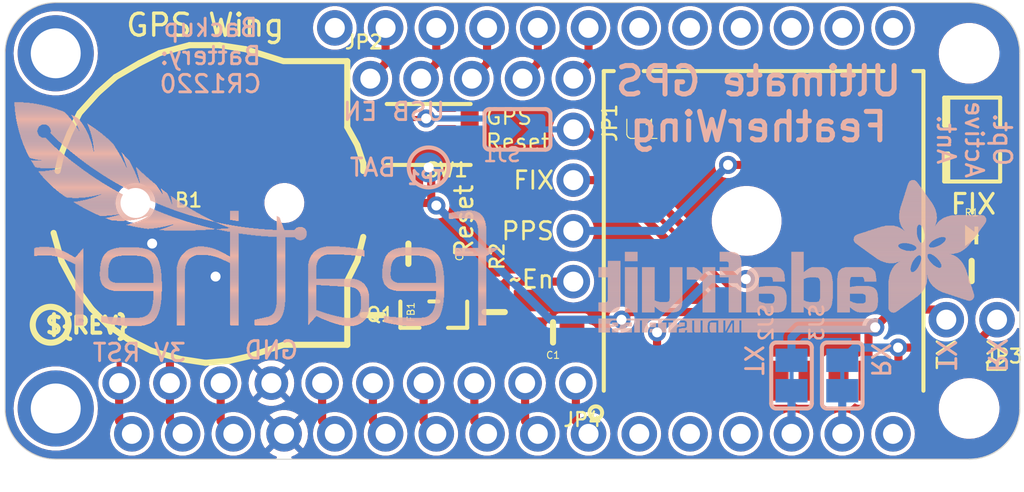
<source format=kicad_pcb>
(kicad_pcb (version 20221018) (generator pcbnew)
  (layers (0 "F.Cu" signal) (31 "B.Cu" signal) (34 "B.Paste" user) (35 "F.Paste" user) (36 "B.SilkS" user "B.Silkscreen") (37 "F.SilkS" user "F.Silkscreen") (38 "B.Mask" user) (39 "F.Mask" user) (44 "Edge.Cuts" user))
  (net 0 "")
  (net 1 "FIX")
  (net 2 "N$2")
  (net 3 "GND")
  (net 4 "3.3V")
  (net 5 "VBACKUP")
  (net 6 "GPS_TX")
  (net 7 "GPS_RX")
  (net 8 "N$4")
  (net 9 "1PPS")
  (net 10 "3V")
  (net 11 "N")
  (net 12 "M")
  (net 13 "L")
  (net 14 "F")
  (net 15 "E")
  (net 16 "D")
  (net 17 "C")
  (net 18 "B")
  (net 19 "A")
  (net 20 "GPS_RESET")
  (net 21 "RST")
  (net 22 "AREF")
  (net 23 "EN")
  (net 24 "USB")
  (net 25 "N$15")
  (net 26 "ENABLE")
  (net 27 "RX")
  (net 28 "TX")
  (net 29 "J")
  (net 30 "I")
  (net 31 "H")
  (net 32 "SCL")
  (net 33 "SDA")
  (net 34 "K")
  (net 35 "SCK")
  (net 36 "MOSI")
  (net 37 "MISO")
  (net 38 "G")
  (footprint "working:1X10_ROUND" (layer "F.Cu") (at 140.2461 112.6236 180)
    (fp_text reference "JP4" (at -12.7762 -1.8288) (layer "F.SilkS") (effects (font (size 0.692831 0.692831) (thickness 0.119969)) (justify right)))
    (fp_text value "")
    (pad "1" thru_hole circle (at -11.43 0 270) (size 1.6764 1.6764) (drill 1) (layers "*.Cu" "*.Mask") (net 14 "F"))
    (pad "2" thru_hole circle (at -8.89 0 270) (size 1.6764 1.6764) (drill 1) (layers "*.Cu" "*.Mask") (net 15 "E"))
    (pad "3" thru_hole circle (at -6.35 0 270) (size 1.6764 1.6764) (drill 1) (layers "*.Cu" "*.Mask") (net 16 "D"))
    (pad "4" thru_hole circle (at -3.81 0 270) (size 1.6764 1.6764) (drill 1) (layers "*.Cu" "*.Mask") (net 17 "C"))
    (pad "5" thru_hole circle (at -1.27 0 270) (size 1.6764 1.6764) (drill 1) (layers "*.Cu" "*.Mask") (net 18 "B"))
    (pad "6" thru_hole circle (at 1.27 0 270) (size 1.6764 1.6764) (drill 1) (layers "*.Cu" "*.Mask") (net 19 "A"))
    (pad "7" thru_hole circle (at 3.81 0 270) (size 1.6764 1.6764) (drill 1) (layers "*.Cu" "*.Mask") (net 3 "GND"))
    (pad "8" thru_hole circle (at 6.35 0 270) (size 1.6764 1.6764) (drill 1) (layers "*.Cu" "*.Mask") (net 22 "AREF"))
    (pad "9" thru_hole circle (at 8.89 0 270) (size 1.6764 1.6764) (drill 1) (layers "*.Cu" "*.Mask") (net 10 "3V"))
    (pad "10" thru_hole circle (at 11.43 0 270) (size 1.6764 1.6764) (drill 1) (layers "*.Cu" "*.Mask") (net 21 "RST"))
  )
  (footprint "working:0805-NO" (layer "F.Cu") (at 147.6121 109.0676 90)
    (fp_text reference "R2" (at 2.032 0.127 90) (layer "F.SilkS") (effects (font (size 0.692831 0.692831) (thickness 0.119969)) (justify left)))
    (fp_text value "100K")
    (pad "1" smd rect (at -0.95 0 90) (size 1.24 1.5) (layers "F.Cu" "F.Paste" "F.Mask") (net 3 "GND"))
    (pad "2" smd rect (at 0.95 0 90) (size 1.24 1.5) (layers "F.Cu" "F.Paste" "F.Mask") (net 26 "ENABLE"))
  )
  (footprint "working:CHIPLED_0805_NOOUTLINE" (layer "F.Cu") (at 171.4881 105.2336 -90)
    (fp_text reference "LED1" hide)
    (fp_text value "RED")
    (pad "A" smd rect (at 0 1.05 270) (size 1.2 1.2) (layers "F.Cu" "F.Paste" "F.Mask") (net 1 "FIX"))
    (pad "C" smd rect (at 0 -1.05 270) (size 1.2 1.2) (layers "F.Cu" "F.Paste" "F.Mask") (net 2 "N$2"))
  )
  (footprint "working:U.FL" (layer "F.Cu") (at 171.6151 100.4316 180)
    (fp_text reference "X1" hide)
    (fp_text value "uFL" hide)
    (pad "1" smd rect (at 0 -1.375 180) (size 2.2 1.05) (layers "F.Cu" "F.Paste" "F.Mask") (net 3 "GND"))
    (pad "2" smd rect (at 0 1.375 180) (size 2.2 1.05) (layers "F.Cu" "F.Paste" "F.Mask") (net 3 "GND"))
    (pad "3" smd rect (at 1.525 0 180) (size 0.8 1) (layers "F.Cu" "F.Paste" "F.Mask") (net 8 "N$4"))
    (zone (net 0) (net_name "") (layer "F.Cu") (connect_pads (clearance 0)) (min_thickness 0.25)
      (keepout (tracks not_allowed) (vias not_allowed) (pads not_allowed) (copperpour not_allowed) (footprints allowed))
      (fill (thermal_gap 0.5) (thermal_bridge_width 0.5))
      (polygon (pts (xy 172.5041 99.6061) (xy 170.7261 99.6061) (xy 170.7261 101.2571) (xy 172.5041 101.2571)))
    )
  )
  (footprint "working:SOT23-WIDE" (layer "F.Cu") (at 144.5641 109.1946 180)
    (fp_text reference "Q1" (at 1.905 0) (layer "F.SilkS") (effects (font (size 0.692831 0.692831) (thickness 0.119969)) (justify right)))
    (fp_text value "DMG3415U-7 ")
    (pad "1" smd rect (at -0.95 1 180) (size 1 1.2) (layers "F.Cu" "F.Paste" "F.Mask") (net 26 "ENABLE"))
    (pad "2" smd rect (at 0.95 1 180) (size 1 1.2) (layers "F.Cu" "F.Paste" "F.Mask") (net 4 "3.3V"))
    (pad "3" smd rect (at 0 -1 180) (size 1 1.2) (layers "F.Cu" "F.Paste" "F.Mask") (net 25 "N$15"))
  )
  (footprint "working:FGPMMOPA6H" (layer "F.Cu") (at 161.0741 105.0036 90)
    (fp_text reference "U1" (at 5.071 -7.111) (layer "F.SilkS") (effects (font (size 0.96268 0.96268) (thickness 0.05332)) (justify left)))
    (fp_text value "FGPMMOPA6H")
    (pad "" np_thru_hole circle (at 0.5 -0.85 90) (size 3 3) (drill 3) (layers "*.Cu" "*.Mask"))
    (pad "P$1" smd rect (at -7.5 -6.75 90) (size 2 1) (layers "F.Cu" "F.Paste" "F.Mask") (net 25 "N$15"))
    (pad "P$2" smd rect (at -7.5 -5.25 90) (size 2 1) (layers "F.Cu" "F.Paste" "F.Mask") (net 20 "GPS_RESET"))
    (pad "P$3" smd rect (at -7.5 -3.75 90) (size 2 1) (layers "F.Cu" "F.Paste" "F.Mask") (net 3 "GND"))
    (pad "P$4" smd rect (at -7.5 -2.25 90) (size 2 1) (layers "F.Cu" "F.Paste" "F.Mask") (net 5 "VBACKUP"))
    (pad "P$5" smd rect (at -7.5 -0.75 90) (size 2 1) (layers "F.Cu" "F.Paste" "F.Mask") (net 1 "FIX"))
    (pad "P$6" smd rect (at -7.5 0.75 90) (size 2 1) (layers "F.Cu" "F.Paste" "F.Mask"))
    (pad "P$7" smd rect (at -7.5 2.25 90) (size 2 1) (layers "F.Cu" "F.Paste" "F.Mask"))
    (pad "P$8" smd rect (at -7.5 3.75 90) (size 2 1) (layers "F.Cu" "F.Paste" "F.Mask") (net 3 "GND"))
    (pad "P$9" smd rect (at -7.5 5.25 90) (size 2 1) (layers "F.Cu" "F.Paste" "F.Mask") (net 6 "GPS_TX"))
    (pad "P$10" smd rect (at -7.5 6.75 90) (size 2 1) (layers "F.Cu" "F.Paste" "F.Mask") (net 7 "GPS_RX"))
    (pad "P$11" smd rect (at 7.5 6.75 270) (size 2 1) (layers "F.Cu" "F.Paste" "F.Mask") (net 8 "N$4"))
    (pad "P$12" smd rect (at 7.5 5.25 270) (size 2 1) (layers "F.Cu" "F.Paste" "F.Mask") (net 3 "GND"))
    (pad "P$13" smd rect (at 7.5 3.75 270) (size 2 1) (layers "F.Cu" "F.Paste" "F.Mask") (net 9 "1PPS"))
    (pad "P$14" smd rect (at 7.5 2.25 270) (size 2 1) (layers "F.Cu" "F.Paste" "F.Mask"))
    (pad "P$15" smd rect (at 7.5 0.75 270) (size 2 1) (layers "F.Cu" "F.Paste" "F.Mask"))
    (pad "P$16" smd rect (at 7.5 -0.75 270) (size 2 1) (layers "F.Cu" "F.Paste" "F.Mask"))
    (pad "P$17" smd rect (at 7.5 -2.25 270) (size 2 1) (layers "F.Cu" "F.Paste" "F.Mask"))
    (pad "P$18" smd rect (at 7.5 -3.75 270) (size 2 1) (layers "F.Cu" "F.Paste" "F.Mask"))
    (pad "P$19" smd rect (at 7.5 -5.25 270) (size 2 1) (layers "F.Cu" "F.Paste" "F.Mask") (net 3 "GND"))
    (pad "P$20" smd rect (at 7.5 -6.75 270) (size 2 1) (layers "F.Cu" "F.Paste" "F.Mask"))
  )
  (footprint "working:0805-NO" (layer "F.Cu") (at 143.2941 106.1466)
    (fp_text reference "C2" (at 2.564 0.405 90) (layer "F.SilkS") (effects (font (size 0.35308 0.35308) (thickness 0.05332)) (justify left)))
    (fp_text value "10uF")
    (pad "1" smd rect (at -0.95 0) (size 1.24 1.5) (layers "F.Cu" "F.Paste" "F.Mask") (net 4 "3.3V"))
    (pad "2" smd rect (at 0.95 0) (size 1.24 1.5) (layers "F.Cu" "F.Paste" "F.Mask") (net 3 "GND"))
  )
  (footprint "working:CR1220-2" (layer "F.Cu") (at 133.1341 103.6066)
    (fp_text reference "B1" (at -1.602 -0.14) (layer "F.SilkS") (effects (font (size 0.692831 0.692831) (thickness 0.119969)) (justify left)))
    (fp_text value "CR1220")
    (pad "" np_thru_hole circle (at -3.5 0) (size 1.5 1.5) (drill 1.5) (layers "*.Cu" "*.Mask"))
    (pad "" np_thru_hole circle (at 3.95 0) (size 1.5 1.5) (drill 1.5) (layers "*.Cu" "*.Mask"))
    (pad "+" smd rect (at 8.29 0) (size 4 2) (layers "F.Cu" "F.Paste" "F.Mask") (net 5 "VBACKUP"))
    (pad "-" smd rect (at -7.6 0) (size 4 2) (layers "F.Cu" "F.Paste" "F.Mask") (net 3 "GND"))
  )
  (footprint "working:PCBFEAT-REV-040" (layer "F.Cu") (at 125.3871 109.7026)
    (fp_text reference "U$9" hide)
    (fp_text value "" hide)
    (fp_text user "${REV}" (at -0.3556 0.508) (layer "F.SilkS") (effects (font (size 0.8128 0.8128) (thickness 0.2032)) (justify left bottom)))
  )
  (footprint "working:1X04_ROUND" (layer "F.Cu") (at 151.5491 103.7336 -90)
    (fp_text reference "JP1" (at -5.1562 -1.8288 90) (layer "F.SilkS") (effects (font (size 0.692831 0.692831) (thickness 0.119969)) (justify right)))
    (fp_text value "")
    (pad "1" thru_hole circle (at -3.81 0) (size 1.6764 1.6764) (drill 1) (layers "*.Cu" "*.Mask") (net 20 "GPS_RESET"))
    (pad "2" thru_hole circle (at -1.27 0) (size 1.6764 1.6764) (drill 1) (layers "*.Cu" "*.Mask") (net 1 "FIX"))
    (pad "3" thru_hole circle (at 1.27 0) (size 1.6764 1.6764) (drill 1) (layers "*.Cu" "*.Mask") (net 9 "1PPS"))
    (pad "4" thru_hole circle (at 3.81 0) (size 1.6764 1.6764) (drill 1) (layers "*.Cu" "*.Mask") (net 26 "ENABLE"))
  )
  (footprint "working:FIDUCIAL_1MM" (layer "F.Cu") (at 169.6061 115.3726)
    (fp_text reference "FID2" hide)
    (fp_text value "FIDUCIAL\"\"" hide)
    (pad "1" smd roundrect (at 0 0) (size 1 1) (layers "F.Cu" "F.Mask") (roundrect_rratio 0.5))
  )
  (footprint "working:FIDUCIAL_1MM" (layer "F.Cu") (at 124.7521 99.5426)
    (fp_text reference "FID1" hide)
    (fp_text value "FIDUCIAL\"\"" hide)
    (pad "1" smd roundrect (at 0 0) (size 1 1) (layers "F.Cu" "F.Mask") (roundrect_rratio 0.5))
  )
  (footprint "working:FEATHERWING" (layer "F.Cu") (at 123.1011 116.4336)
    (fp_text reference "MS1" hide)
    (fp_text value "FEATHERWING" hide)
    (fp_line (start 0 -20.32) (end 0 -2.54) (stroke (width 0.05)) (layer "Edge.Cuts"))
    (fp_line (start 2.54 0) (end 48.26 0) (stroke (width 0.05)) (layer "Edge.Cuts"))
    (fp_line (start 48.26 -22.86) (end 2.54 -22.86) (stroke (width 0.05)) (layer "Edge.Cuts"))
    (fp_line (start 50.8 -2.54) (end 50.8 -20.32) (stroke (width 0.05)) (layer "Edge.Cuts"))
    (fp_arc (start 0 -20.32) (mid 0.743949 -22.116051) (end 2.54 -22.86) (stroke (width 0.05)) (layer "Edge.Cuts"))
    (fp_arc (start 2.54 0) (mid 0.743949 -0.743949) (end 0 -2.54) (stroke (width 0.05)) (layer "Edge.Cuts"))
    (fp_arc (start 48.26 -22.86) (mid 50.056051 -22.116051) (end 50.8 -20.32) (stroke (width 0.05)) (layer "Edge.Cuts"))
    (fp_arc (start 50.8 -2.54) (mid 50.056051 -0.743949) (end 48.26 0) (stroke (width 0.05)) (layer "Edge.Cuts"))
    (pad "" np_thru_hole circle (at 48.26 -20.32) (size 2.54 2.54) (drill 2.54) (layers "*.Cu" "*.Mask"))
    (pad "" np_thru_hole circle (at 48.26 -2.54) (size 2.54 2.54) (drill 2.54) (layers "*.Cu" "*.Mask"))
    (pad "1" thru_hole circle (at 6.35 -1.27) (size 1.778 1.778) (drill 1) (layers "*.Cu" "*.Mask") (net 21 "RST"))
    (pad "2" thru_hole circle (at 8.89 -1.27) (size 1.778 1.778) (drill 1) (layers "*.Cu" "*.Mask") (net 10 "3V"))
    (pad "3" thru_hole circle (at 11.43 -1.27) (size 1.778 1.778) (drill 1) (layers "*.Cu" "*.Mask") (net 22 "AREF"))
    (pad "4" thru_hole circle (at 13.97 -1.27) (size 1.778 1.778) (drill 1) (layers "*.Cu" "*.Mask") (net 3 "GND"))
    (pad "5" thru_hole circle (at 16.51 -1.27) (size 1.778 1.778) (drill 1) (layers "*.Cu" "*.Mask") (net 19 "A"))
    (pad "6" thru_hole circle (at 19.05 -1.27) (size 1.778 1.778) (drill 1) (layers "*.Cu" "*.Mask") (net 18 "B"))
    (pad "7" thru_hole circle (at 21.59 -1.27) (size 1.778 1.778) (drill 1) (layers "*.Cu" "*.Mask") (net 17 "C"))
    (pad "8" thru_hole circle (at 24.13 -1.27) (size 1.778 1.778) (drill 1) (layers "*.Cu" "*.Mask") (net 16 "D"))
    (pad "9" thru_hole circle (at 26.67 -1.27) (size 1.778 1.778) (drill 1) (layers "*.Cu" "*.Mask") (net 15 "E"))
    (pad "10" thru_hole circle (at 29.21 -1.27) (size 1.778 1.778) (drill 1) (layers "*.Cu" "*.Mask") (net 14 "F"))
    (pad "11" thru_hole circle (at 31.75 -1.27) (size 1.778 1.778) (drill 1) (layers "*.Cu" "*.Mask") (net 35 "SCK"))
    (pad "12" thru_hole circle (at 34.29 -1.27) (size 1.778 1.778) (drill 1) (layers "*.Cu" "*.Mask") (net 36 "MOSI"))
    (pad "13" thru_hole circle (at 36.83 -1.27) (size 1.778 1.778) (drill 1) (layers "*.Cu" "*.Mask") (net 37 "MISO"))
    (pad "14" thru_hole circle (at 39.37 -1.27) (size 1.778 1.778) (drill 1) (layers "*.Cu" "*.Mask") (net 27 "RX"))
    (pad "15" thru_hole circle (at 41.91 -1.27) (size 1.778 1.778) (drill 1) (layers "*.Cu" "*.Mask") (net 28 "TX"))
    (pad "16" thru_hole circle (at 44.45 -1.27) (size 1.778 1.778) (drill 1) (layers "*.Cu" "*.Mask") (net 38 "G"))
    (pad "17" thru_hole circle (at 44.45 -21.59) (size 1.778 1.778) (drill 1) (layers "*.Cu" "*.Mask") (net 33 "SDA"))
    (pad "18" thru_hole circle (at 41.91 -21.59) (size 1.778 1.778) (drill 1) (layers "*.Cu" "*.Mask") (net 32 "SCL"))
    (pad "19" thru_hole circle (at 39.37 -21.59) (size 1.778 1.778) (drill 1) (layers "*.Cu" "*.Mask") (net 31 "H"))
    (pad "20" thru_hole circle (at 36.83 -21.59) (size 1.778 1.778) (drill 1) (layers "*.Cu" "*.Mask") (net 30 "I"))
    (pad "21" thru_hole circle (at 34.29 -21.59) (size 1.778 1.778) (drill 1) (layers "*.Cu" "*.Mask") (net 29 "J"))
    (pad "22" thru_hole circle (at 31.75 -21.59) (size 1.778 1.778) (drill 1) (layers "*.Cu" "*.Mask") (net 34 "K"))
    (pad "23" thru_hole circle (at 29.21 -21.59) (size 1.778 1.778) (drill 1) (layers "*.Cu" "*.Mask") (net 13 "L"))
    (pad "24" thru_hole circle (at 26.67 -21.59) (size 1.778 1.778) (drill 1) (layers "*.Cu" "*.Mask") (net 12 "M"))
    (pad "25" thru_hole circle (at 24.13 -21.59) (size 1.778 1.778) (drill 1) (layers "*.Cu" "*.Mask") (net 11 "N"))
    (pad "26" thru_hole circle (at 21.59 -21.59) (size 1.778 1.778) (drill 1) (layers "*.Cu" "*.Mask") (net 24 "USB"))
    (pad "27" thru_hole circle (at 19.05 -21.59) (size 1.778 1.778) (drill 1) (layers "*.Cu" "*.Mask") (net 23 "EN"))
    (pad "28" thru_hole circle (at 16.51 -21.59) (size 1.778 1.778) (drill 1) (layers "*.Cu" "*.Mask"))
    (pad "P$1" thru_hole circle (at 2.54 -20.32) (size 3.81 3.81) (drill 2.5) (layers "*.Cu" "*.Mask"))
    (pad "P$2" thru_hole circle (at 2.54 -2.54) (size 3.81 3.81) (drill 2.5) (layers "*.Cu" "*.Mask"))
  )
  (footprint "working:1X05_ROUND_70" (layer "F.Cu") (at 146.4691 97.3836)
    (fp_text reference "JP2" (at -6.4262 -1.8288) (layer "F.SilkS") (effects (font (size 0.692831 0.692831) (thickness 0.119969)) (justify left)))
    (fp_text value "")
    (pad "1" thru_hole circle (at -5.08 0 90) (size 1.778 1.778) (drill 1) (layers "*.Cu" "*.Mask") (net 23 "EN"))
    (pad "2" thru_hole circle (at -2.54 0 90) (size 1.778 1.778) (drill 1) (layers "*.Cu" "*.Mask") (net 24 "USB"))
    (pad "3" thru_hole circle (at 0 0 90) (size 1.778 1.778) (drill 1) (layers "*.Cu" "*.Mask") (net 11 "N"))
    (pad "4" thru_hole circle (at 2.54 0 90) (size 1.778 1.778) (drill 1) (layers "*.Cu" "*.Mask") (net 12 "M"))
    (pad "5" thru_hole circle (at 5.08 0 90) (size 1.778 1.778) (drill 1) (layers "*.Cu" "*.Mask") (net 13 "L"))
  )
  (footprint "working:1X02_ROUND" (layer "F.Cu") (at 171.4881 109.4486 180)
    (fp_text reference "JP3" (at -2.6162 -1.8288) (layer "F.SilkS") (effects (font (size 0.692831 0.692831) (thickness 0.119969)) (justify right)))
    (fp_text value "")
    (pad "1" thru_hole circle (at -1.27 0 270) (size 1.778 1.778) (drill 1) (layers "*.Cu" "*.Mask") (net 7 "GPS_RX"))
    (pad "2" thru_hole circle (at 1.27 0 270) (size 1.778 1.778) (drill 1) (layers "*.Cu" "*.Mask") (net 6 "GPS_TX"))
  )
  (footprint "working:0805-NO" (layer "F.Cu") (at 141.5161 109.2186 90)
    (fp_text reference "FB1" (at -0.381 1.905 90) (layer "F.SilkS") (effects (font (size 0.35308 0.35308) (thickness 0.05332)) (justify left)))
    (fp_text value "Ferrite")
    (pad "1" smd rect (at -0.95 0 90) (size 1.24 1.5) (layers "F.Cu" "F.Paste" "F.Mask") (net 10 "3V"))
    (pad "2" smd rect (at 0.95 0 90) (size 1.24 1.5) (layers "F.Cu" "F.Paste" "F.Mask") (net 4 "3.3V"))
  )
  (footprint "working:BTN_KMR2_4.6X2.8" (layer "F.Cu") (at 144.3101 100.1776 180)
    (fp_text reference "SW1" (at -2.032 -1.778) (layer "F.SilkS") (effects (font (size 0.692831 0.692831) (thickness 0.119969)) (justify right)))
    (fp_text value "KMR2")
    (pad "A" smd rect (at 2.05 -0.8 180) (size 0.9 0.9) (layers "F.Cu" "F.Paste" "F.Mask") (net 3 "GND"))
    (pad "A'" smd rect (at -2.05 -0.8 180) (size 0.9 0.9) (layers "F.Cu" "F.Paste" "F.Mask") (net 3 "GND"))
    (pad "B" smd rect (at 2.05 0.8 180) (size 0.9 0.9) (layers "F.Cu" "F.Paste" "F.Mask") (net 21 "RST"))
    (pad "B'" smd rect (at -2.05 0.8 180) (size 0.9 0.9) (layers "F.Cu" "F.Paste" "F.Mask") (net 21 "RST"))
  )
  (footprint "working:0805-NO" (layer "F.Cu") (at 150.5331 110.0836 180)
    (fp_text reference "C1" (at -0.381 -1.143) (layer "F.SilkS") (effects (font (size 0.35308 0.35308) (thickness 0.05332)) (justify right)))
    (fp_text value "0.1uF")
    (pad "1" smd rect (at -0.95 0 180) (size 1.24 1.5) (layers "F.Cu" "F.Paste" "F.Mask") (net 25 "N$15"))
    (pad "2" smd rect (at 0.95 0 180) (size 1.24 1.5) (layers "F.Cu" "F.Paste" "F.Mask") (net 3 "GND"))
  )
  (footprint "working:0805-NO" (layer "F.Cu") (at 171.4881 107.0116)
    (fp_text reference "R1" (at -0.381 -2.921) (layer "F.SilkS") (effects (font (size 0.35308 0.35308) (thickness 0.05332)) (justify left)))
    (fp_text value "470 ohm")
    (pad "1" smd rect (at -0.95 0) (size 1.24 1.5) (layers "F.Cu" "F.Paste" "F.Mask") (net 3 "GND"))
    (pad "2" smd rect (at 0.95 0) (size 1.24 1.5) (layers "F.Cu" "F.Paste" "F.Mask") (net 2 "N$2"))
  )
  (footprint "working:SOLDERJUMPER_ARROW_NOPASTE" (layer "B.Cu") (at 148.7551 99.9236)
    (fp_text reference "SJ1" (at -1.778 1.27) (layer "B.SilkS") (effects (font (size 0.692831 0.692831) (thickness 0.119969)) (justify right mirror)))
    (fp_text value "")
    (fp_poly (pts (xy 0.201021 0) (xy -0.560979 -0.762) (xy -1.1684 -0.762) (xy -1.1684 0.762) (xy -0.560979 0.762)) (fill solid) (layer "B.Cu"))
    (fp_poly (pts (xy 1.1684 -0.762) (xy -0.186831 -0.762) (xy 0.548892 0) (xy -0.186831 0.762) (xy 1.1684 0.762)) (fill solid) (layer "B.Cu"))
    (pad "1" smd roundrect (at -1.016 0) (size 0.762 1.524) (layers "B.Cu") (net 21 "RST"))
    (pad "2" smd roundrect (at 1.016 0) (size 0.762 1.524) (layers "B.Cu") (net 20 "GPS_RESET"))
  )
  (footprint "working:SOLDERJUMPER_CLOSEDWIRE" (layer "B.Cu") (at 162.4711 112.2426 -90)
    (fp_text reference "SJ2" (at -1.651 1.27 -270) (layer "B.SilkS") (effects (font (size 0.692831 0.692831) (thickness 0.119969)) (justify right mirror)))
    (fp_text value "")
    (pad "1" smd rect (at -0.762 0 270) (size 1.1684 1.6002) (layers "B.Cu" "B.Mask") (net 6 "GPS_TX"))
    (pad "2" smd rect (at 0.762 0 270) (size 1.1684 1.6002) (layers "B.Cu" "B.Mask") (net 27 "RX"))
    (pad "WIRE" smd rect (at 0 0 270) (size 0.635 0.2032) (layers "B.Cu" "B.Mask"))
  )
  (footprint "working:SOLDERJUMPER_CLOSEDWIRE" (layer "B.Cu") (at 165.0111 112.2426 -90)
    (fp_text reference "SJ3" (at -1.651 1.27 -270) (layer "B.SilkS") (effects (font (size 0.692831 0.692831) (thickness 0.119969)) (justify right mirror)))
    (fp_text value "")
    (pad "1" smd rect (at -0.762 0 270) (size 1.1684 1.6002) (layers "B.Cu" "B.Mask") (net 7 "GPS_RX"))
    (pad "2" smd rect (at 0.762 0 270) (size 1.1684 1.6002) (layers "B.Cu" "B.Mask") (net 28 "TX"))
    (pad "WIRE" smd rect (at 0 0 270) (size 0.635 0.2032) (layers "B.Cu" "B.Mask"))
  )
  (footprint "working:TESTPOINT_ROUND_1.5MM" (layer "B.Cu") (at 144.3101 101.8286 180)
    (fp_text reference "TP1" (at 1.143 -0.127) (layer "B.SilkS") (effects (font (size 0.666496 0.666496) (thickness 0.146304)) (justify right top mirror)))
    (fp_text value "")
    (pad "P$1" smd roundrect (at 0 0 180) (size 1.5 1.5) (layers "B.Cu" "B.Mask") (roundrect_rratio 0.5) (net 5 "VBACKUP"))
  )
  (footprint "working:ADAFRUIT_TEXT_20MM" (layer "B.Cu") (at 172.3771 110.0836 180)
    (fp_text reference "U$11" hide)
    (fp_text value "" hide)
  )
  (footprint "working:FEATHERLOGO" (layer "B.Cu") (at 147.8661 109.8296 180)
    (fp_text reference "U$10" hide)
    (fp_text value "" hide)
  )
  (gr_arc (start 171.3611 93.5736) (mid 173.157151 94.317549) (end 173.9011 96.1136) (stroke (width 0.05)) (layer "Edge.Cuts"))
  (gr_line (start 173.9011 96.1136) (end 173.9011 113.8936) (stroke (width 0.05)) (layer "Edge.Cuts"))
  (gr_arc (start 173.9011 113.8936) (mid 173.157151 115.689651) (end 171.3611 116.4336) (stroke (width 0.05)) (layer "Edge.Cuts"))
  (gr_text "EN" (at 140.8811 99.0346) (layer "B.SilkS") (effects (font (size 0.87376 0.87376) (thickness 0.14224)) (justify mirror)))
  (gr_text "Backup\nBattery:\nCR1220" (at 133.3881 96.2406) (layer "B.SilkS") (effects (font (size 0.87376 0.87376) (thickness 0.14224)) (justify mirror)))
  (gr_text "RST" (at 128.6891 111.0996) (layer "B.SilkS") (effects (font (size 0.87376 0.87376) (thickness 0.14224)) (justify mirror)))
  (gr_text "3V" (at 131.3561 111.0996) (layer "B.SilkS") (effects (font (size 0.87376 0.87376) (thickness 0.14224)) (justify mirror)))
  (gr_text "USB" (at 143.8021 99.0346) (layer "B.SilkS") (effects (font (size 0.87376 0.87376) (thickness 0.14224)) (justify mirror)))
  (gr_text "RX" (at 172.7581 111.2266 -90) (layer "B.SilkS") (effects (font (size 0.87376 0.87376) (thickness 0.14224)) (justify mirror)))
  (gr_text "Opt.\nActive\nAnt." (at 171.6151 100.4316 -90) (layer "B.SilkS") (effects (font (size 0.87376 0.87376) (thickness 0.14224)) (justify mirror)))
  (gr_text "GND" (at 136.4361 110.9726) (layer "B.SilkS") (effects (font (size 0.87376 0.87376) (thickness 0.14224)) (justify mirror)))
  (gr_text "RX" (at 166.9161 111.4806 -90) (layer "B.SilkS") (effects (font (size 0.87376 0.87376) (thickness 0.14224)) (justify mirror)))
  (gr_text "Ultimate GPS\nFeatherWing" (at 160.8201 98.6536) (layer "B.SilkS") (effects (font (size 1.42494 1.42494) (thickness 0.25146)) (justify mirror)))
  (gr_text "BAT" (at 141.5161 101.8286) (layer "B.SilkS") (effects (font (size 0.87376 0.87376) (thickness 0.14224)) (justify mirror)))
  (gr_text "TX" (at 160.5661 111.4806 -90) (layer "B.SilkS") (effects (font (size 0.87376 0.87376) (thickness 0.14224)) (justify mirror)))
  (gr_text "TX" (at 170.2181 111.2266 -90) (layer "B.SilkS") (effects (font (size 0.87376 0.87376) (thickness 0.14224)) (justify mirror)))
  (gr_text "FIX" (at 150.6601 101.9556) (layer "F.SilkS") (effects (font (size 0.88392 0.88392) (thickness 0.13208)) (justify right top)))
  (gr_text "Reset" (at 146.5961 106.4006 90) (layer "F.SilkS") (effects (font (size 0.88392 0.88392) (thickness 0.13208)) (justify left bottom)))
  (gr_text "FIX" (at 170.3451 104.2416) (layer "F.SilkS") (effects (font (size 0.98298 0.98298) (thickness 0.16002)) (justify left bottom)))
  (gr_text "GPS\nReset" (at 147.1041 99.9236) (layer "F.SilkS") (effects (font (size 0.78232 0.78232) (thickness 0.10668)) (justify left)))
  (gr_text "TX" (at 169.7101 110.3376 90) (layer "F.SilkS") (effects (font (size 0.89408 0.89408) (thickness 0.12192)) (justify right top)))
  (gr_text "PPS" (at 150.6601 104.4956) (layer "F.SilkS") (effects (font (size 0.88392 0.88392) (thickness 0.13208)) (justify right top)))
  (gr_text "RX" (at 172.2501 110.3376 90) (layer "F.SilkS") (effects (font (size 0.89408 0.89408) (thickness 0.12192)) (justify right top)))
  (gr_text "GPS Wing" (at 129.0701 95.3516) (layer "F.SilkS") (effects (font (size 1.1049 1.1049) (thickness 0.1651)) (justify left bottom)))
  (gr_text "~En" (at 150.6601 106.9086) (layer "F.SilkS") (effects (font (size 0.88392 0.88392) (thickness 0.13208)) (justify right top)))
  (segment (start 160.3241 109.5636) (end 164.6541 105.2336) (width 0.4064) (layer "F.Cu") (net 1))
  (segment (start 164.6541 105.2336) (end 170.4381 105.2336) (width 0.4064) (layer "F.Cu") (net 1))
  (segment (start 160.3241 112.5036) (end 160.3241 109.5636) (width 0.4064) (layer "F.Cu") (net 1))
  (segment (start 153.2241 102.4636) (end 151.5491 102.4636) (width 0.4064) (layer "F.Cu") (net 1))
  (segment (start 160.3241 109.5636) (end 153.2241 102.4636) (width 0.4064) (layer "F.Cu") (net 1))
  (segment (start 172.5381 105.2336) (end 172.4381 105.7146) (width 0.4064) (layer "F.Cu") (net 2))
  (segment (start 172.4381 105.7146) (end 172.4381 107.0116) (width 0.4064) (layer "F.Cu") (net 2))
  (via (at 130.4671 105.6386) (size 0.9064) (drill 0.5) (layers "F.Cu" "B.Cu") (net 3))
  (via (at 133.6421 107.2896) (size 0.9064) (drill 0.5) (layers "F.Cu" "B.Cu") (net 3))
  (segment (start 142.3441 106.1466) (end 141.5161 106.9746) (width 0.4064) (layer "F.Cu") (net 4))
  (segment (start 141.5901 108.1946) (end 143.6141 108.1946) (width 0.4064) (layer "F.Cu") (net 4))
  (segment (start 141.5161 106.9746) (end 141.5161 108.2686) (width 0.4064) (layer "F.Cu") (net 4))
  (segment (start 141.5161 108.2686) (end 141.5901 108.1946) (width 0.4064) (layer "F.Cu") (net 4))
  (segment (start 158.0261 109.0676) (end 158.8241 109.8656) (width 0.4064) (layer "F.Cu") (net 5))
  (segment (start 144.4371 103.6066) (end 144.4371 101.9556) (width 0.4064) (layer "F.Cu") (net 5))
  (segment (start 154.3431 109.0676) (end 158.0261 109.0676) (width 0.4064) (layer "F.Cu") (net 5))
  (segment (start 144.4371 103.6066) (end 144.5641 103.6066) (width 0.4064) (layer "F.Cu") (net 5))
  (segment (start 158.8241 109.8656) (end 158.8241 112.5036) (width 0.4064) (layer "F.Cu") (net 5))
  (segment (start 144.4371 101.9556) (end 144.3101 101.8286) (width 0.4064) (layer "F.Cu") (net 5))
  (segment (start 153.9621 109.4486) (end 154.3431 109.0676) (width 0.4064) (layer "F.Cu") (net 5))
  (segment (start 144.5641 103.6066) (end 144.6911 103.7336) (width 0.4064) (layer "F.Cu") (net 5))
  (segment (start 141.4241 103.6066) (end 144.4371 103.6066) (width 0.4064) (layer "F.Cu") (net 5))
  (via (at 153.9621 109.4486) (size 0.9064) (drill 0.5) (layers "F.Cu" "B.Cu") (net 5))
  (via (at 144.6911 103.7336) (size 0.9064) (drill 0.5) (layers "F.Cu" "B.Cu") (net 5))
  (via (at 144.3101 101.8286) (size 0.9064) (drill 0.5) (layers "F.Cu" "B.Cu") (net 5))
  (segment (start 144.6911 103.7336) (end 150.4061 109.4486) (width 0.4064) (layer "B.Cu") (net 5))
  (segment (start 150.4061 109.4486) (end 153.9621 109.4486) (width 0.4064) (layer "B.Cu") (net 5))
  (segment (start 167.5511 108.9406) (end 166.7256 109.7661) (width 0.4064) (layer "F.Cu") (net 6))
  (segment (start 166.6621 109.8296) (end 166.3241 110.1676) (width 0.4064) (layer "F.Cu") (net 6))
  (segment (start 169.7101 108.9406) (end 167.5511 108.9406) (width 0.4064) (layer "F.Cu") (net 6))
  (segment (start 170.2181 109.4486) (end 169.7101 108.9406) (width 0.4064) (layer "F.Cu") (net 6))
  (segment (start 166.3241 110.1676) (end 166.3241 112.5036) (width 0.4064) (layer "F.Cu") (net 6))
  (segment (start 166.6621 109.8296) (end 166.7256 109.7661) (width 0.4064) (layer "F.Cu") (net 6))
  (via (at 166.6621 109.8296) (size 0.9064) (drill 0.5) (layers "F.Cu" "B.Cu") (net 6))
  (segment (start 162.4711 111.4806) (end 162.4711 110.3376) (width 0.4064) (layer "B.Cu") (net 6))
  (segment (start 162.4711 110.3376) (end 162.8521 109.9566) (width 0.4064) (layer "B.Cu") (net 6))
  (segment (start 162.8521 109.9566) (end 166.5351 109.9566) (width 0.4064) (layer "B.Cu") (net 6))
  (segment (start 166.5351 109.9566) (end 166.6621 109.8296) (width 0.4064) (layer "B.Cu") (net 6))
  (segment (start 167.8051 110.8456) (end 167.8241 111.3346) (width 0.4064) (layer "F.Cu") (net 7))
  (segment (start 167.8241 111.3346) (end 167.8241 112.5036) (width 0.4064) (layer "F.Cu") (net 7))
  (segment (start 171.4881 110.8456) (end 167.8051 110.8456) (width 0.4064) (layer "F.Cu") (net 7))
  (segment (start 172.7581 109.5756) (end 171.4881 110.8456) (width 0.4064) (layer "F.Cu") (net 7))
  (segment (start 172.7581 109.5756) (end 172.7581 109.4486) (width 0.4064) (layer "F.Cu") (net 7))
  (via (at 167.8051 110.8456) (size 0.9064) (drill 0.5) (layers "F.Cu" "B.Cu") (net 7))
  (segment (start 165.0111 111.4806) (end 165.6461 110.8456) (width 0.4064) (layer "B.Cu") (net 7))
  (segment (start 165.6461 110.8456) (end 167.8051 110.8456) (width 0.4064) (layer "B.Cu") (net 7))
  (segment (start 167.8241 97.5036) (end 167.8241 98.4196) (width 0.8128) (layer "F.Cu") (net 8))
  (segment (start 168.913508 100.160703) (end 169.190051 100.291061) (width 0.8128) (layer "F.Cu") (net 8))
  (segment (start 167.946525 99.017082) (end 168.070155 99.296696) (width 0.8128) (layer "F.Cu") (net 8))
  (segment (start 168.658333 99.992316) (end 168.913508 100.160703) (width 0.8128) (layer "F.Cu") (net 8))
  (segment (start 168.23232 99.55587) (end 168.429719 99.789327) (width 0.8128) (layer "F.Cu") (net 8))
  (segment (start 167.8241 98.4196) (end 167.863946 98.722719) (width 0.8128) (layer "F.Cu") (net 8))
  (segment (start 168.070155 99.296696) (end 168.23232 99.55587) (width 0.8128) (layer "F.Cu") (net 8))
  (segment (start 169.784396 100.427902) (end 170.0901 100.4316) (width 0.8128) (layer "F.Cu") (net 8))
  (segment (start 169.48233 100.380736) (end 169.784396 100.427902) (width 0.8128) (layer "F.Cu") (net 8))
  (segment (start 169.190051 100.291061) (end 169.48233 100.380736) (width 0.8128) (layer "F.Cu") (net 8))
  (segment (start 167.863946 98.722719) (end 167.946525 99.017082) (width 0.8128) (layer "F.Cu") (net 8))
  (segment (start 167.8241 98.4196) (end 167.8241 98.4196) (width 0.8128) (layer "F.Cu") (net 8))
  (segment (start 168.429719 99.789327) (end 168.658333 99.992316) (width 0.8128) (layer "F.Cu") (net 8))
  (segment (start 164.8841 97.5636) (end 164.8241 97.5036) (width 0.4064) (layer "F.Cu") (net 9))
  (segment (start 162.3441 101.7016) (end 164.8841 99.1616) (width 0.4064) (layer "F.Cu") (net 9))
  (segment (start 164.8841 99.1616) (end 164.8841 97.5636) (width 0.4064) (layer "F.Cu") (net 9))
  (segment (start 159.2961 101.7016) (end 162.3441 101.7016) (width 0.4064) (layer "F.Cu") (net 9))
  (via (at 159.2961 101.7016) (size 0.9064) (drill 0.5) (layers "F.Cu" "B.Cu") (net 9))
  (segment (start 151.5491 105.0036) (end 155.9941 105.0036) (width 0.4064) (layer "B.Cu") (net 9))
  (segment (start 155.9941 105.0036) (end 159.2961 101.7016) (width 0.4064) (layer "B.Cu") (net 9))
  (segment (start 131.3561 111.3536) (end 132.4991 110.2106) (width 0.4064) (layer "F.Cu") (net 10))
  (segment (start 131.3561 112.6236) (end 131.3561 111.3536) (width 0.4064) (layer "F.Cu") (net 10))
  (segment (start 131.3561 114.5286) (end 131.9911 115.1636) (width 0.4064) (layer "F.Cu") (net 10))
  (segment (start 132.4991 110.2106) (end 141.4741 110.2106) (width 0.4064) (layer "F.Cu") (net 10))
  (segment (start 131.3561 112.6236) (end 131.3561 114.5286) (width 0.4064) (layer "F.Cu") (net 10))
  (segment (start 141.4741 110.2106) (end 141.5161 110.1686) (width 0.4064) (layer "F.Cu") (net 10))
  (segment (start 147.2311 94.8436) (end 147.2311 96.6216) (width 0.4064) (layer "F.Cu") (net 11))
  (segment (start 147.2311 96.6216) (end 146.4691 97.3836) (width 0.4064) (layer "F.Cu") (net 11))
  (segment (start 149.7711 94.8436) (end 149.7711 96.6216) (width 0.4064) (layer "F.Cu") (net 12))
  (segment (start 149.7711 96.6216) (end 149.0091 97.3836) (width 0.4064) (layer "F.Cu") (net 12))
  (segment (start 152.3111 94.8436) (end 152.3111 96.6216) (width 0.4064) (layer "F.Cu") (net 13))
  (segment (start 152.3111 96.6216) (end 151.5491 97.3836) (width 0.4064) (layer "F.Cu") (net 13))
  (segment (start 151.6761 112.6236) (end 151.6761 114.5286) (width 0.4064) (layer "F.Cu") (net 14))
  (segment (start 151.6761 114.5286) (end 152.3111 115.1636) (width 0.4064) (layer "F.Cu") (net 14))
  (segment (start 149.1361 114.5286) (end 149.7711 115.1636) (width 0.4064) (layer "F.Cu") (net 15))
  (segment (start 149.1361 112.6236) (end 149.1361 114.5286) (width 0.4064) (layer "F.Cu") (net 15))
  (segment (start 146.5961 112.6236) (end 146.5961 114.5286) (width 0.4064) (layer "F.Cu") (net 16))
  (segment (start 146.5961 114.5286) (end 147.2311 115.1636) (width 0.4064) (layer "F.Cu") (net 16))
  (segment (start 144.0561 112.6236) (end 144.0561 114.5286) (width 0.4064) (layer "F.Cu") (net 17))
  (segment (start 144.0561 114.5286) (end 144.6911 115.1636) (width 0.4064) (layer "F.Cu") (net 17))
  (segment (start 141.5161 112.6236) (end 141.5161 114.5286) (width 0.4064) (layer "F.Cu") (net 18))
  (segment (start 141.5161 114.5286) (end 142.1511 115.1636) (width 0.4064) (layer "F.Cu") (net 18))
  (segment (start 138.9761 114.5286) (end 139.6111 115.1636) (width 0.4064) (layer "F.Cu") (net 19))
  (segment (start 138.9761 112.6236) (end 138.9761 114.5286) (width 0.4064) (layer "F.Cu") (net 19))
  (segment (start 155.7401 112.4196) (end 155.8241 112.5036) (width 0.4064) (layer "F.Cu") (net 20))
  (segment (start 155.7401 110.0836) (end 155.7401 112.4196) (width 0.4064) (layer "F.Cu") (net 20))
  (segment (start 151.5491 99.9236) (end 152.1841 99.9236) (width 0.4064) (layer "F.Cu") (net 20))
  (segment (start 159.6771 107.4166) (end 160.1851 107.4166) (width 0.4064) (layer "F.Cu") (net 20))
  (segment (start 152.1841 99.9236) (end 159.6771 107.4166) (width 0.4064) (layer "F.Cu") (net 20))
  (via (at 155.7401 110.0836) (size 0.9064) (drill 0.5) (layers "F.Cu" "B.Cu") (net 20))
  (via (at 160.1851 107.4166) (size 0.9064) (drill 0.5) (layers "F.Cu" "B.Cu") (net 20))
  (segment (start 151.5491 99.9236) (end 149.7711 99.9236) (width 0.3048) (layer "B.Cu") (net 20))
  (segment (start 160.1851 107.4166) (end 158.4071 107.4166) (width 0.4064) (layer "B.Cu") (net 20))
  (segment (start 158.4071 107.4166) (end 155.7401 110.0836) (width 0.4064) (layer "B.Cu") (net 20))
  (segment (start 128.8161 109.1946) (end 138.5951 99.4156) (width 0.254) (layer "F.Cu") (net 21))
  (segment (start 128.8161 112.6236) (end 128.8161 114.5286) (width 0.4064) (layer "F.Cu") (net 21))
  (segment (start 146.3601 99.3776) (end 144.1831 99.3776) (width 0.254) (layer "F.Cu") (net 21))
  (segment (start 144.1831 99.3776) (end 144.0561 99.3776) (width 0.3048) (layer "F.Cu") (net 21))
  (segment (start 142.2221 99.4156) (end 142.2601 99.3776) (width 0.254) (layer "F.Cu") (net 21))
  (segment (start 138.5951 99.4156) (end 142.2221 99.4156) (width 0.254) (layer "F.Cu") (net 21))
  (segment (start 128.8161 112.6236) (end 128.8161 109.1946) (width 0.254) (layer "F.Cu") (net 21))
  (segment (start 128.8161 114.5286) (end 129.4511 115.1636) (width 0.4064) (layer "F.Cu") (net 21))
  (segment (start 144.0561 99.3776) (end 142.2601 99.3776) (width 0.254) (layer "F.Cu") (net 21))
  (via (at 144.1831 99.3776) (size 0.9064) (drill 0.5) (layers "F.Cu" "B.Cu") (net 21))
  (segment (start 147.1931 99.3776) (end 144.1831 99.3776) (width 0.3048) (layer "B.Cu") (net 21))
  (segment (start 147.7391 99.9236) (end 147.1931 99.3776) (width 0.3048) (layer "B.Cu") (net 21))
  (segment (start 133.8961 112.6236) (end 133.8961 114.5286) (width 0.4064) (layer "F.Cu") (net 22))
  (segment (start 133.8961 114.5286) (end 134.5311 115.1636) (width 0.4064) (layer "F.Cu") (net 22))
  (segment (start 142.1511 96.6216) (end 141.3891 97.3836) (width 0.4064) (layer "F.Cu") (net 23))
  (segment (start 142.1511 94.8436) (end 142.1511 96.6216) (width 0.4064) (layer "F.Cu") (net 23))
  (segment (start 144.6911 94.8436) (end 144.6911 96.6216) (width 0.4064) (layer "F.Cu") (net 24))
  (segment (start 144.6911 96.6216) (end 143.9291 97.3836) (width 0.4064) (layer "F.Cu") (net 24))
  (segment (start 154.2161 112.3956) (end 154.3241 112.5036) (width 0.4064) (layer "F.Cu") (net 25))
  (segment (start 154.2161 111.9886) (end 152.3111 110.0836) (width 0.4064) (layer "F.Cu") (net 25))
  (segment (start 151.4831 110.7846) (end 151.4831 110.0836) (width 0.4064) (layer "F.Cu") (net 25))
  (segment (start 150.9141 111.3536) (end 151.4831 110.7846) (width 0.4064) (layer "F.Cu") (net 25))
  (segment (start 144.5641 110.1946) (end 145.7231 111.3536) (width 0.4064) (layer "F.Cu") (net 25))
  (segment (start 154.2161 111.9886) (end 154.2161 112.3956) (width 0.4064) (layer "F.Cu") (net 25))
  (segment (start 145.7231 111.3536) (end 150.9141 111.3536) (width 0.4064) (layer "F.Cu") (net 25))
  (segment (start 152.3111 110.0836) (end 151.4831 110.0836) (width 0.4064) (layer "F.Cu") (net 25))
  (segment (start 147.6121 108.1176) (end 148.1861 107.5436) (width 0.4064) (layer "F.Cu") (net 26))
  (segment (start 145.5141 108.1946) (end 145.5911 108.1176) (width 0.4064) (layer "F.Cu") (net 26))
  (segment (start 148.1861 107.5436) (end 151.5491 107.5436) (width 0.4064) (layer "F.Cu") (net 26))
  (segment (start 145.5911 108.1176) (end 147.6121 108.1176) (width 0.4064) (layer "F.Cu") (net 26))
  (segment (start 162.4711 113.0046) (end 162.4711 115.1636) (width 0.4064) (layer "B.Cu") (net 27))
  (segment (start 165.0111 113.0046) (end 165.0111 115.1636) (width 0.4064) (layer "B.Cu") (net 28))
  (zone (net 3) (net_name "GND") (layer "F.Cu") (priority 6) (connect_pads (clearance 0.000001)) (min_thickness 0.127) (fill yes (thermal_gap 0.304) (thermal_bridge_width 0.304))
    (polygon (pts (xy 174.0281 116.5606) (xy 122.9741 116.5606) (xy 122.9741 93.4466) (xy 174.0281 93.4466)))
  )
  (zone (net 3) (net_name "GND") (layer "B.Cu") (priority 6) (connect_pads (clearance 0.000001)) (min_thickness 0.127) (fill yes (thermal_gap 0.304) (thermal_bridge_width 0.304))
    (polygon (pts (xy 174.0281 116.5606) (xy 122.9741 116.5606) (xy 122.9741 93.4466) (xy 174.0281 93.4466)))
  )
)
</source>
